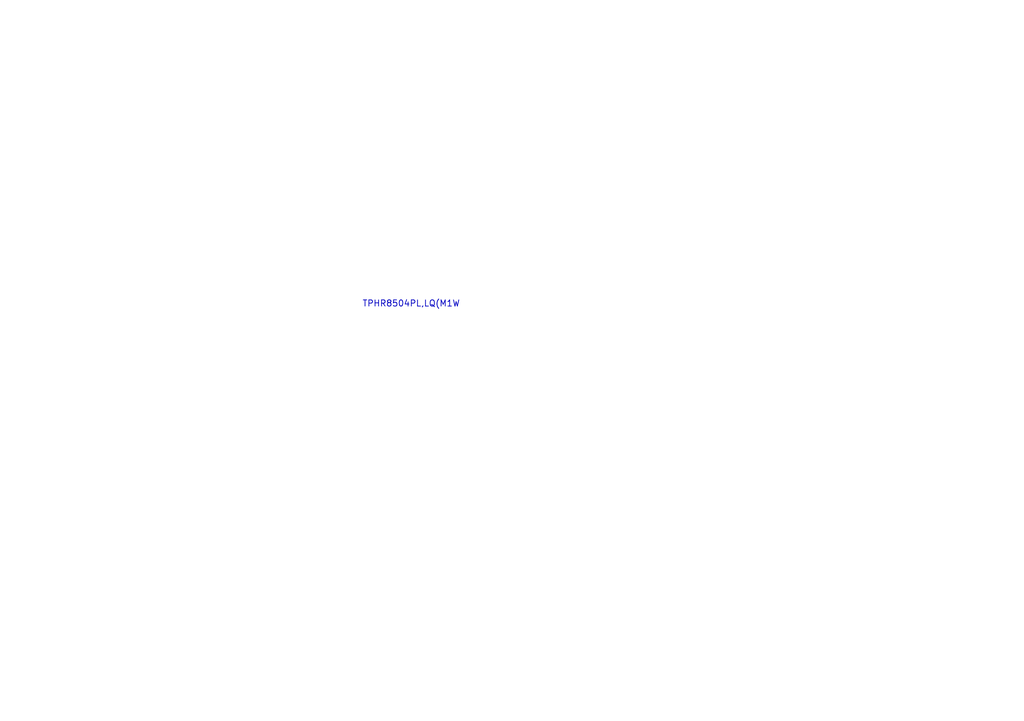
<source format=kicad_sch>
(kicad_sch
	(version 20231120)
	(generator "eeschema")
	(generator_version "8.0")
	(uuid "02d1d8dd-ea99-4d8a-a9cb-2b7e06fd68f7")
	(paper "A5")
	(lib_symbols)
	(text "TPHR8504PL,LQ(M1W"
		(exclude_from_sim no)
		(at 84.328 62.484 0)
		(effects
			(font
				(size 1.27 1.27)
			)
		)
		(uuid "5805f012-1425-4eff-8652-90a8e8256b93")
	)
)

</source>
